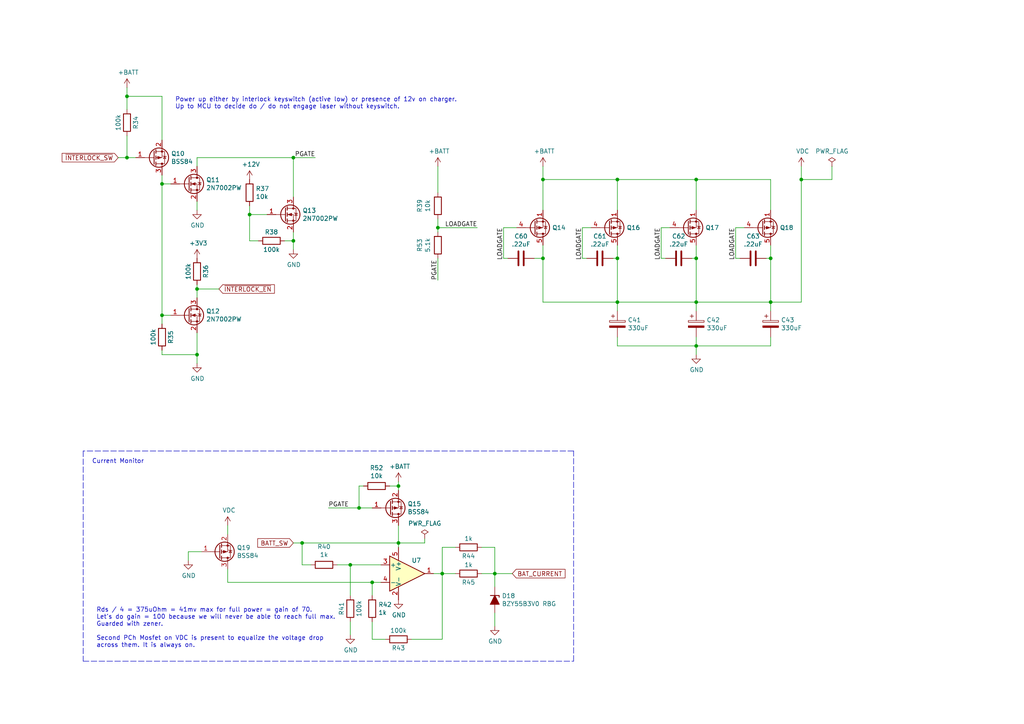
<source format=kicad_sch>
(kicad_sch (version 20211123) (generator eeschema)
  (paper "A4")
  (title_block (title "Power Enable / Current Monitor") (date "2021-11-07") (rev "1.5") (company "Brian Pepin"))
  (lib_symbols
    (symbol "Amplifier_Operational:TLV2371DBV" (pin_names (offset 0.127))
      (property "Reference" "U" (at -1.27 6.35 0))
      (property "Value" "TLV2371DBV" (at -1.27 3.81 0))
      (symbol "TLV2371DBV_0_1"
        (polyline (pts (xy -5.08 5.08) (xy 5.08 0) (xy -5.08 -5.08) (xy -5.08 5.08)) (stroke (width 0.254)) (fill (type background)))
        (pin power_in line (at -2.54 -7.62 90) (length 3.81) (name "V-") (number "2"))
        (pin power_in line (at -2.54 7.62 270) (length 3.81) (name "V+") (number "5"))
      )
      (symbol "TLV2371DBV_1_1"
        (pin output line (at 7.62 0 180) (length 2.54) (name "~") (number "1"))
        (pin input line (at -7.62 2.54 0) (length 2.54) (name "+") (number "3"))
        (pin input line (at -7.62 -2.54 0) (length 2.54) (name "-") (number "4"))
      )
    )
    (symbol "Device:C" (pin_numbers hide) (pin_names (offset 0.254))
      (property "Reference" "C" (at 0.635 2.54 0))
      (property "Value" "C" (at 0.635 -2.54 0))
      (symbol "C_0_1"
        (polyline (pts (xy -2.032 -0.762) (xy 2.032 -0.762)) (stroke (width 0.508)))
        (polyline (pts (xy -2.032 0.762) (xy 2.032 0.762)) (stroke (width 0.508)))
      )
      (symbol "C_1_1"
        (pin passive line (at 0 3.81 270) (length 2.794) (name "~") (number "1"))
        (pin passive line (at 0 -3.81 90) (length 2.794) (name "~") (number "2"))
      )
    )
    (symbol "Device:C_Polarized" (pin_numbers hide) (pin_names (offset 0.254))
      (property "Reference" "C" (at 0.635 2.54 0))
      (property "Value" "C_Polarized" (at 0.635 -2.54 0))
      (symbol "C_Polarized_0_1"
        (rectangle (start -2.286 0.508) (end 2.286 1.016))
        (polyline (pts (xy -1.778 2.286) (xy -0.762 2.286)))
        (polyline (pts (xy -1.27 2.794) (xy -1.27 1.778)))
        (rectangle (start 2.286 -0.508) (end -2.286 -1.016) (fill (type outline)))
      )
      (symbol "C_Polarized_1_1"
        (pin passive line (at 0 3.81 270) (length 2.794) (name "~") (number "1"))
        (pin passive line (at 0 -3.81 90) (length 2.794) (name "~") (number "2"))
      )
    )
    (symbol "Device:D_Zener_Filled" (pin_numbers hide) (pin_names (offset 1.016) hide)
      (property "Reference" "D" (at 0 2.54 0))
      (property "Value" "D_Zener_Filled" (at 0 -2.54 0))
      (symbol "D_Zener_Filled_0_1"
        (polyline (pts (xy 1.27 0) (xy -1.27 0)))
        (polyline (pts (xy -1.27 -1.27) (xy -1.27 1.27) (xy -0.762 1.27)) (stroke (width 0.254)))
        (polyline (pts (xy 1.27 -1.27) (xy 1.27 1.27) (xy -1.27 0) (xy 1.27 -1.27)) (stroke (width 0.254)) (fill (type outline)))
      )
      (symbol "D_Zener_Filled_1_1"
        (pin passive line (at -3.81 0 0) (length 2.54) (name "K") (number "1"))
        (pin passive line (at 3.81 0 180) (length 2.54) (name "A") (number "2"))
      )
    )
    (symbol "Device:R" (pin_numbers hide) (pin_names (offset 0))
      (property "Reference" "R" (at 2.032 0 90))
      (property "Value" "R" (at 0 0 90))
      (symbol "R_0_1"
        (rectangle (start -1.016 -2.54) (end 1.016 2.54) (stroke (width 0.254)))
      )
      (symbol "R_1_1"
        (pin passive line (at 0 3.81 270) (length 1.27) (name "~") (number "1"))
        (pin passive line (at 0 -3.81 90) (length 1.27) (name "~") (number "2"))
      )
    )
    (symbol "Transistor_FET:2N7002" (pin_names hide)
      (property "Reference" "Q" (at 5.08 1.905 0))
      (property "Value" "2N7002" (at 5.08 0 0))
      (symbol "2N7002_0_1"
        (polyline (pts (xy 0.254 0) (xy -2.54 0)))
        (polyline (pts (xy 0.254 1.905) (xy 0.254 -1.905)) (stroke (width 0.254)))
        (polyline (pts (xy 0.762 -1.27) (xy 0.762 -2.286)) (stroke (width 0.254)))
        (polyline (pts (xy 0.762 0.508) (xy 0.762 -0.508)) (stroke (width 0.254)))
        (polyline (pts (xy 0.762 2.286) (xy 0.762 1.27)) (stroke (width 0.254)))
        (polyline (pts (xy 2.54 2.54) (xy 2.54 1.778)))
        (polyline (pts (xy 2.54 -2.54) (xy 2.54 0) (xy 0.762 0)))
        (polyline (pts (xy 0.762 -1.778) (xy 3.302 -1.778) (xy 3.302 1.778) (xy 0.762 1.778)))
        (polyline (pts (xy 1.016 0) (xy 2.032 0.381) (xy 2.032 -0.381) (xy 1.016 0)) (fill (type outline)))
        (polyline (pts (xy 2.794 0.508) (xy 2.921 0.381) (xy 3.683 0.381) (xy 3.81 0.254)))
        (polyline (pts (xy 3.302 0.381) (xy 2.921 -0.254) (xy 3.683 -0.254) (xy 3.302 0.381)))
        (circle (center 1.651 0) (radius 2.794) (stroke (width 0.254)))
        (circle (center 2.54 -1.778) (radius 0.254) (fill (type outline)))
        (circle (center 2.54 1.778) (radius 0.254) (fill (type outline)))
      )
      (symbol "2N7002_1_1"
        (pin input line (at -5.08 0 0) (length 2.54) (name "G") (number "1"))
        (pin passive line (at 2.54 -5.08 90) (length 2.54) (name "S") (number "2"))
        (pin passive line (at 2.54 5.08 270) (length 2.54) (name "D") (number "3"))
      )
    )
    (symbol "Transistor_FET:BSS84" (pin_names hide)
      (property "Reference" "Q" (at 5.08 1.905 0))
      (property "Value" "BSS84" (at 5.08 0 0))
      (symbol "BSS84_0_1"
        (polyline (pts (xy 0.254 0) (xy -2.54 0)))
        (polyline (pts (xy 0.254 1.905) (xy 0.254 -1.905)) (stroke (width 0.254)))
        (polyline (pts (xy 0.762 -1.27) (xy 0.762 -2.286)) (stroke (width 0.254)))
        (polyline (pts (xy 0.762 0.508) (xy 0.762 -0.508)) (stroke (width 0.254)))
        (polyline (pts (xy 0.762 2.286) (xy 0.762 1.27)) (stroke (width 0.254)))
        (polyline (pts (xy 2.54 2.54) (xy 2.54 1.778)))
        (polyline (pts (xy 2.54 -2.54) (xy 2.54 0) (xy 0.762 0)))
        (polyline (pts (xy 0.762 1.778) (xy 3.302 1.778) (xy 3.302 -1.778) (xy 0.762 -1.778)))
        (polyline (pts (xy 2.286 0) (xy 1.27 0.381) (xy 1.27 -0.381) (xy 2.286 0)) (fill (type outline)))
        (polyline (pts (xy 2.794 -0.508) (xy 2.921 -0.381) (xy 3.683 -0.381) (xy 3.81 -0.254)))
        (polyline (pts (xy 3.302 -0.381) (xy 2.921 0.254) (xy 3.683 0.254) (xy 3.302 -0.381)))
        (circle (center 1.651 0) (radius 2.794) (stroke (width 0.254)))
        (circle (center 2.54 -1.778) (radius 0.254) (fill (type outline)))
        (circle (center 2.54 1.778) (radius 0.254) (fill (type outline)))
      )
      (symbol "BSS84_1_1"
        (pin input line (at -5.08 0 0) (length 2.54) (name "G") (number "1"))
        (pin passive line (at 2.54 -5.08 90) (length 2.54) (name "S") (number "2"))
        (pin passive line (at 2.54 5.08 270) (length 2.54) (name "D") (number "3"))
      )
    )
    (symbol "Transistor_FET:Si7141DP" (pin_names hide)
      (property "Reference" "Q" (at 5.08 1.905 0))
      (property "Value" "Si7141DP" (at 5.08 0 0))
      (symbol "Si7141DP_0_1"
        (polyline (pts (xy 0.254 0) (xy -2.54 0)))
        (polyline (pts (xy 0.254 1.905) (xy 0.254 -1.905)) (stroke (width 0.254)))
        (polyline (pts (xy 0.762 -1.27) (xy 0.762 -2.286)) (stroke (width 0.254)))
        (polyline (pts (xy 0.762 0.508) (xy 0.762 -0.508)) (stroke (width 0.254)))
        (polyline (pts (xy 0.762 2.286) (xy 0.762 1.27)) (stroke (width 0.254)))
        (polyline (pts (xy 2.54 2.54) (xy 2.54 1.778)))
        (polyline (pts (xy 2.54 -2.54) (xy 2.54 0) (xy 0.762 0)))
        (polyline (pts (xy 0.762 1.778) (xy 3.302 1.778) (xy 3.302 -1.778) (xy 0.762 -1.778)))
        (polyline (pts (xy 2.286 0) (xy 1.27 0.381) (xy 1.27 -0.381) (xy 2.286 0)) (fill (type outline)))
        (polyline (pts (xy 2.794 -0.508) (xy 2.921 -0.381) (xy 3.683 -0.381) (xy 3.81 -0.254)))
        (polyline (pts (xy 3.302 -0.381) (xy 2.921 0.254) (xy 3.683 0.254) (xy 3.302 -0.381)))
        (circle (center 1.651 0) (radius 2.794) (stroke (width 0.254)))
        (circle (center 2.54 -1.778) (radius 0.254) (fill (type outline)))
        (circle (center 2.54 1.778) (radius 0.254) (fill (type outline)))
      )
      (symbol "Si7141DP_1_1"
        (pin passive line (at 2.54 -5.08 90) (length 2.54) (name "S") (number "1"))
        (pin passive line (at 2.54 -5.08 90) (length 2.54) hide (name "S") (number "2"))
        (pin passive line (at 2.54 -5.08 90) (length 2.54) hide (name "S") (number "3"))
        (pin input line (at -5.08 0 0) (length 2.54) (name "G") (number "4"))
        (pin passive line (at 2.54 5.08 270) (length 2.54) (name "D") (number "5"))
      )
    )
    (symbol "power:+12V" (power) (pin_names (offset 0))
      (property "Value" "+12V" (at 0 3.556 0))
      (symbol "+12V_0_1"
        (polyline (pts (xy -0.762 1.27) (xy 0 2.54)))
        (polyline (pts (xy 0 0) (xy 0 2.54)))
        (polyline (pts (xy 0 2.54) (xy 0.762 1.27)))
      )
      (symbol "+12V_1_1"
        (pin power_in line (at 0 0 90) (length 0) hide (name "+12V") (number "1"))
      )
    )
    (symbol "power:+3V3" (power) (pin_names (offset 0))
      (property "Value" "+3V3" (at 0 3.556 0))
      (symbol "+3V3_0_1"
        (polyline (pts (xy -0.762 1.27) (xy 0 2.54)))
        (polyline (pts (xy 0 0) (xy 0 2.54)))
        (polyline (pts (xy 0 2.54) (xy 0.762 1.27)))
      )
      (symbol "+3V3_1_1"
        (pin power_in line (at 0 0 90) (length 0) hide (name "+3V3") (number "1"))
      )
    )
    (symbol "power:+BATT" (power) (pin_names (offset 0))
      (property "Value" "+BATT" (at 0 3.556 0))
      (symbol "+BATT_0_1"
        (polyline (pts (xy -0.762 1.27) (xy 0 2.54)))
        (polyline (pts (xy 0 0) (xy 0 2.54)))
        (polyline (pts (xy 0 2.54) (xy 0.762 1.27)))
      )
      (symbol "+BATT_1_1"
        (pin power_in line (at 0 0 90) (length 0) hide (name "+BATT") (number "1"))
      )
    )
    (symbol "power:GND" (power) (pin_names (offset 0))
      (property "Value" "GND" (at 0 -3.81 0))
      (symbol "GND_0_1"
        (polyline (pts (xy 0 0) (xy 0 -1.27) (xy 1.27 -1.27) (xy 0 -2.54) (xy -1.27 -1.27) (xy 0 -1.27)))
      )
      (symbol "GND_1_1"
        (pin power_in line (at 0 0 270) (length 0) hide (name "GND") (number "1"))
      )
    )
    (symbol "power:PWR_FLAG" (power) (pin_numbers hide) (pin_names (offset 0) hide)
      (property "Value" "PWR_FLAG" (at 0 3.81 0))
      (symbol "PWR_FLAG_0_0"
        (pin power_out line (at 0 0 90) (length 0) (name "pwr") (number "1"))
      )
      (symbol "PWR_FLAG_0_1"
        (polyline (pts (xy 0 0) (xy 0 1.27) (xy -1.016 1.905) (xy 0 2.54) (xy 1.016 1.905) (xy 0 1.27)))
      )
    )
    (symbol "power:VDC" (power) (pin_names (offset 0))
      (property "Value" "VDC" (at 0 6.35 0))
      (symbol "VDC_0_1"
        (polyline (pts (xy -0.762 1.27) (xy 0 2.54)))
        (polyline (pts (xy 0 0) (xy 0 2.54)))
        (polyline (pts (xy 0 2.54) (xy 0.762 1.27)))
      )
      (symbol "VDC_1_1"
        (pin power_in line (at 0 0 90) (length 0) hide (name "VDC") (number "1"))
      )
    )
  )
  (junction (at 201.93 52.07))
  (junction (at 107.95 168.91))
  (junction (at 36.83 45.72))
  (junction (at 127 66.04))
  (junction (at 223.52 74.93))
  (junction (at 179.07 74.93))
  (junction (at 201.93 100.33))
  (junction (at 179.07 52.07))
  (junction (at 128.27 166.37))
  (junction (at 201.93 87.63))
  (junction (at 46.99 91.44))
  (junction (at 179.07 87.63))
  (junction (at 36.83 27.94))
  (junction (at 57.15 102.87))
  (junction (at 57.15 83.82))
  (junction (at 85.09 69.85))
  (junction (at 101.6 163.83))
  (junction (at 143.51 166.37))
  (junction (at 87.63 157.48))
  (junction (at 115.57 140.97))
  (junction (at 157.48 74.93))
  (junction (at 115.57 157.48))
  (junction (at 104.14 147.32))
  (junction (at 46.99 53.34))
  (junction (at 85.09 45.72))
  (junction (at 223.52 87.63))
  (junction (at 201.93 74.93))
  (junction (at 72.39 62.23))
  (junction (at 232.41 52.07))
  (junction (at 157.48 52.07))
  (wire (pts (xy 222.25 74.93) (xy 223.52 74.93)))
  (wire (pts (xy 54.61 162.56) (xy 54.61 160.02)))
  (wire (pts (xy 101.6 180.34) (xy 101.6 184.15)))
  (wire (pts (xy 85.09 157.48) (xy 87.63 157.48)))
  (wire (pts (xy 46.99 91.44) (xy 46.99 53.34)))
  (wire (pts (xy 119.38 185.42) (xy 128.27 185.42)))
  (wire (pts (xy 128.27 166.37) (xy 132.08 166.37)))
  (wire (pts (xy 143.51 158.75) (xy 143.51 166.37)))
  (wire (pts (xy 179.07 52.07) (xy 201.93 52.07)))
  (wire (pts (xy 85.09 69.85) (xy 85.09 67.31)))
  (wire (pts (xy 223.52 52.07) (xy 223.52 60.96)))
  (wire (pts (xy 232.41 52.07) (xy 232.41 48.26)))
  (wire (pts (xy 128.27 185.42) (xy 128.27 166.37)))
  (wire (pts (xy 143.51 170.18) (xy 143.51 166.37)))
  (wire (pts (xy 66.04 152.4) (xy 66.04 154.94)))
  (wire (pts (xy 97.79 163.83) (xy 101.6 163.83)))
  (wire (pts (xy 54.61 160.02) (xy 58.42 160.02)))
  (wire (pts (xy 127 55.88) (xy 127 48.26)))
  (wire (pts (xy 57.15 86.36) (xy 57.15 83.82)))
  (wire (pts (xy 46.99 53.34) (xy 46.99 50.8)))
  (wire (pts (xy 46.99 91.44) (xy 49.53 91.44)))
  (wire (pts (xy 149.86 66.04) (xy 146.05 66.04)))
  (wire (pts (xy 201.93 52.07) (xy 223.52 52.07)))
  (wire (pts (xy 104.14 147.32) (xy 95.25 147.32)))
  (wire (pts (xy 74.93 69.85) (xy 72.39 69.85)))
  (wire (pts (xy 201.93 52.07) (xy 201.93 60.96)))
  (wire (pts (xy 191.77 66.04) (xy 194.31 66.04)))
  (wire (pts (xy 179.07 52.07) (xy 179.07 60.96)))
  (wire (pts (xy 107.95 180.34) (xy 107.95 185.42)))
  (wire (pts (xy 107.95 185.42) (xy 111.76 185.42)))
  (wire (pts (xy 110.49 168.91) (xy 107.95 168.91)))
  (wire (pts (xy 105.41 140.97) (xy 104.14 140.97)))
  (wire (pts (xy 46.99 27.94) (xy 36.83 27.94)))
  (wire (pts (xy 115.57 140.97) (xy 115.57 142.24)))
  (wire (pts (xy 87.63 163.83) (xy 87.63 157.48)))
  (wire (pts (xy 36.83 39.37) (xy 36.83 45.72)))
  (wire (pts (xy 127 66.04) (xy 138.43 66.04)))
  (wire (pts (xy 72.39 62.23) (xy 72.39 59.69)))
  (wire (pts (xy 46.99 53.34) (xy 49.53 53.34)))
  (wire (pts (xy 82.55 69.85) (xy 85.09 69.85)))
  (wire (pts (xy 57.15 102.87) (xy 57.15 96.52)))
  (wire (pts (xy 143.51 181.61) (xy 143.51 177.8)))
  (wire (pts (xy 85.09 45.72) (xy 91.44 45.72)))
  (wire (pts (xy 241.3 48.26) (xy 241.3 52.07)))
  (wire (pts (xy 241.3 52.07) (xy 232.41 52.07)))
  (wire (pts (xy 168.91 66.04) (xy 168.91 74.93)))
  (wire (pts (xy 179.07 87.63) (xy 179.07 90.17)))
  (wire (pts (xy 179.07 87.63) (xy 201.93 87.63)))
  (wire (pts (xy 213.36 66.04) (xy 215.9 66.04)))
  (wire (pts (xy 143.51 166.37) (xy 148.59 166.37)))
  (polyline (pts (xy 24.13 191.77) (xy 166.37 191.77)))
  (wire (pts (xy 223.52 100.33) (xy 223.52 97.79)))
  (wire (pts (xy 191.77 74.93) (xy 191.77 66.04)))
  (wire (pts (xy 90.17 163.83) (xy 87.63 163.83)))
  (wire (pts (xy 85.09 45.72) (xy 85.09 57.15)))
  (wire (pts (xy 123.19 156.21) (xy 123.19 157.48)))
  (wire (pts (xy 36.83 45.72) (xy 39.37 45.72)))
  (wire (pts (xy 57.15 45.72) (xy 85.09 45.72)))
  (wire (pts (xy 132.08 158.75) (xy 128.27 158.75)))
  (polyline (pts (xy 24.13 130.81) (xy 24.13 191.77)))
  (polyline (pts (xy 166.37 191.77) (xy 166.37 130.81)))
  (wire (pts (xy 201.93 74.93) (xy 201.93 87.63)))
  (wire (pts (xy 57.15 60.96) (xy 57.15 58.42)))
  (wire (pts (xy 154.94 74.93) (xy 157.48 74.93)))
  (wire (pts (xy 101.6 172.72) (xy 101.6 163.83)))
  (wire (pts (xy 72.39 69.85) (xy 72.39 62.23)))
  (wire (pts (xy 179.07 100.33) (xy 201.93 100.33)))
  (wire (pts (xy 127 66.04) (xy 127 67.31)))
  (wire (pts (xy 201.93 102.87) (xy 201.93 100.33)))
  (wire (pts (xy 146.05 74.93) (xy 146.05 66.04)))
  (wire (pts (xy 107.95 168.91) (xy 66.04 168.91)))
  (wire (pts (xy 200.66 74.93) (xy 201.93 74.93)))
  (wire (pts (xy 46.99 93.98) (xy 46.99 91.44)))
  (polyline (pts (xy 166.37 130.81) (xy 24.13 130.81)))
  (wire (pts (xy 213.36 66.04) (xy 213.36 74.93)))
  (wire (pts (xy 139.7 166.37) (xy 143.51 166.37)))
  (wire (pts (xy 127 74.93) (xy 127 81.28)))
  (wire (pts (xy 36.83 27.94) (xy 36.83 31.75)))
  (wire (pts (xy 87.63 157.48) (xy 115.57 157.48)))
  (wire (pts (xy 223.52 90.17) (xy 223.52 87.63)))
  (wire (pts (xy 127 63.5) (xy 127 66.04)))
  (wire (pts (xy 57.15 83.82) (xy 57.15 82.55)))
  (wire (pts (xy 113.03 140.97) (xy 115.57 140.97)))
  (wire (pts (xy 46.99 102.87) (xy 57.15 102.87)))
  (wire (pts (xy 157.48 52.07) (xy 179.07 52.07)))
  (wire (pts (xy 107.95 147.32) (xy 104.14 147.32)))
  (wire (pts (xy 201.93 100.33) (xy 223.52 100.33)))
  (wire (pts (xy 223.52 74.93) (xy 223.52 71.12)))
  (wire (pts (xy 128.27 158.75) (xy 128.27 166.37)))
  (wire (pts (xy 201.93 97.79) (xy 201.93 100.33)))
  (wire (pts (xy 157.48 87.63) (xy 179.07 87.63)))
  (wire (pts (xy 36.83 25.4) (xy 36.83 27.94)))
  (wire (pts (xy 223.52 87.63) (xy 223.52 74.93)))
  (wire (pts (xy 157.48 52.07) (xy 157.48 48.26)))
  (wire (pts (xy 104.14 140.97) (xy 104.14 147.32)))
  (wire (pts (xy 157.48 74.93) (xy 157.48 87.63)))
  (wire (pts (xy 177.8 74.93) (xy 179.07 74.93)))
  (wire (pts (xy 168.91 74.93) (xy 170.18 74.93)))
  (wire (pts (xy 115.57 139.7) (xy 115.57 140.97)))
  (wire (pts (xy 57.15 48.26) (xy 57.15 45.72)))
  (wire (pts (xy 147.32 74.93) (xy 146.05 74.93)))
  (wire (pts (xy 213.36 74.93) (xy 214.63 74.93)))
  (wire (pts (xy 201.93 90.17) (xy 201.93 87.63)))
  (wire (pts (xy 179.07 97.79) (xy 179.07 100.33)))
  (wire (pts (xy 115.57 157.48) (xy 115.57 158.75)))
  (wire (pts (xy 85.09 72.39) (xy 85.09 69.85)))
  (wire (pts (xy 34.29 45.72) (xy 36.83 45.72)))
  (wire (pts (xy 66.04 168.91) (xy 66.04 165.1)))
  (wire (pts (xy 115.57 152.4) (xy 115.57 157.48)))
  (wire (pts (xy 201.93 71.12) (xy 201.93 74.93)))
  (wire (pts (xy 57.15 105.41) (xy 57.15 102.87)))
  (wire (pts (xy 128.27 166.37) (xy 125.73 166.37)))
  (wire (pts (xy 72.39 62.23) (xy 77.47 62.23)))
  (wire (pts (xy 139.7 158.75) (xy 143.51 158.75)))
  (wire (pts (xy 201.93 87.63) (xy 223.52 87.63)))
  (wire (pts (xy 101.6 163.83) (xy 110.49 163.83)))
  (wire (pts (xy 46.99 101.6) (xy 46.99 102.87)))
  (wire (pts (xy 223.52 87.63) (xy 232.41 87.63)))
  (wire (pts (xy 123.19 157.48) (xy 115.57 157.48)))
  (wire (pts (xy 57.15 83.82) (xy 63.5 83.82)))
  (wire (pts (xy 193.04 74.93) (xy 191.77 74.93)))
  (wire (pts (xy 179.07 71.12) (xy 179.07 74.93)))
  (wire (pts (xy 157.48 71.12) (xy 157.48 74.93)))
  (wire (pts (xy 46.99 40.64) (xy 46.99 27.94)))
  (wire (pts (xy 179.07 74.93) (xy 179.07 87.63)))
  (wire (pts (xy 107.95 168.91) (xy 107.95 172.72)))
  (wire (pts (xy 168.91 66.04) (xy 171.45 66.04)))
  (wire (pts (xy 157.48 52.07) (xy 157.48 60.96)))
  (wire (pts (xy 232.41 87.63) (xy 232.41 52.07)))
  (text "Power up either by interlock keyswitch (active low) or presence of 12v on charger. \nUp to MCU to decide do / do not engage laser without keyswitch." (at 50.8 31.75 0) (effects (font (size 1.27 1.27)) (justify left bottom)))
  (text "Current Monitor" (at 26.67 134.62 0) (effects (font (size 1.27 1.27)) (justify left bottom)))
  (text "Rds / 4 = 375uOhm = 41mv max for full power = gain of 70.\nLet’s do gain = 100 because we will never be able to reach full max.\nGuarded with zener.\n\nSecond PCh Mosfet on VDC is present to equalize the voltage drop\nacross them. It is always on." (at 27.94 187.96 0) (effects (font (size 1.27 1.27)) (justify left bottom)))
  (label "LOADGATE" (at 138.43 66.04 180))
  (label "PGATE" (at 95.25 147.32 0))
  (label "LOADGATE" (at 191.77 66.04 270))
  (label "LOADGATE" (at 146.05 66.04 270))
  (label "LOADGATE" (at 168.91 66.04 270))
  (label "LOADGATE" (at 213.36 66.04 270))
  (label "PGATE" (at 91.44 45.72 180))
  (label "PGATE" (at 127 81.28 90))
  (global_label "~{INTERLOCK_SW}" (shape input) (at 34.29 45.72 180) (property "Intersheet References" "${INTERSHEET_REFS}" (effects hide)))
  (global_label "BAT_CURRENT" (shape input) (at 148.59 166.37 0) (property "Intersheet References" "${INTERSHEET_REFS}" (effects hide)))
  (global_label "BATT_SW" (shape input) (at 85.09 157.48 180) (property "Intersheet References" "${INTERSHEET_REFS}" (effects hide)))
  (global_label "~{INTERLOCK_EN}" (shape input) (at 63.5 83.82 0) (property "Intersheet References" "${INTERSHEET_REFS}" (effects hide)))
  (symbol (lib_id "Transistor_FET:Si7141DP") (at 154.94 66.04 0) (mirror x) (unit 1)
    (property "Reference" "Q14" (at 160.147 66.04 0) (effects (justify left)))
    (property "Value" "Si7141DP" (effects hide))
    (property "Footprint" "Package_SO:PowerPAK_SO-8_Single" (effects hide))
    (property "Datasheet" "https://www.vishay.com/docs/65596/si7141dp.pdf" (effects hide))
    (property "PartNo" "SI7141DP-T1-GE3" (effects hide))
  )
  (symbol (lib_id "Transistor_FET:Si7141DP") (at 176.53 66.04 0) (mirror x) (unit 1)
    (property "Reference" "Q16" (at 181.737 66.04 0) (effects (justify left)))
    (property "Value" "Si7141DP" (effects hide))
    (property "Footprint" "Package_SO:PowerPAK_SO-8_Single" (effects hide))
    (property "Datasheet" "https://www.vishay.com/docs/65596/si7141dp.pdf" (effects hide))
    (property "PartNo" "SI7141DP-T1-GE3" (effects hide))
  )
  (symbol (lib_id "Transistor_FET:Si7141DP") (at 199.39 66.04 0) (mirror x) (unit 1)
    (property "Reference" "Q17" (at 204.597 66.04 0) (effects (justify left)))
    (property "Value" "Si7141DP" (effects hide))
    (property "Footprint" "Package_SO:PowerPAK_SO-8_Single" (effects hide))
    (property "Datasheet" "https://www.vishay.com/docs/65596/si7141dp.pdf" (effects hide))
    (property "PartNo" "SI7141DP-T1-GE3" (effects hide))
  )
  (symbol (lib_id "Transistor_FET:Si7141DP") (at 220.98 66.04 0) (mirror x) (unit 1)
    (property "Reference" "Q18" (at 226.187 66.04 0) (effects (justify left)))
    (property "Value" "Si7141DP" (effects hide))
    (property "Footprint" "Package_SO:PowerPAK_SO-8_Single" (effects hide))
    (property "Datasheet" "https://www.vishay.com/docs/65596/si7141dp.pdf" (effects hide))
    (property "PartNo" "SI7141DP-T1-GE3" (effects hide))
  )
  (symbol (lib_id "power:+BATT") (at 157.48 48.26 0) (unit 1)
    (property "Reference" "#PWR083" (effects hide))
    (property "Value" "+BATT" (at 157.861 43.8658 0))
  )
  (symbol (lib_id "power:VDC") (at 232.41 48.26 0) (unit 1)
    (property "Reference" "#PWR089" (effects hide))
    (property "Value" "VDC" (at 232.791 43.8658 0))
  )
  (symbol (lib_id "Device:R") (at 127 59.69 0) (unit 1)
    (property "Reference" "R39" (at 121.7422 59.69 90))
    (property "Value" "10k" (at 124.0536 59.69 90))
    (property "Footprint" "Resistor_SMD:R_0805_2012Metric" (effects hide))
    (property "PartNo" "ERJ-6ENF1002V" (effects hide))
  )
  (symbol (lib_id "Device:R") (at 78.74 69.85 270) (unit 1)
    (property "Reference" "R38" (at 78.74 67.31 90))
    (property "Value" "100k" (at 78.74 72.39 90))
    (property "Footprint" "Resistor_SMD:R_0805_2012Metric" (effects hide))
    (property "PartNo" "SFR10EZPJ104" (effects hide))
  )
  (symbol (lib_id "power:GND") (at 85.09 72.39 0) (unit 1)
    (property "Reference" "#PWR082" (effects hide))
    (property "Value" "GND" (at 85.217 76.7842 0))
  )
  (symbol (lib_id "power:+12V") (at 72.39 52.07 0) (unit 1)
    (property "Reference" "#PWR080" (effects hide))
    (property "Value" "+12V" (at 72.771 47.6758 0))
  )
  (symbol (lib_id "power:GND") (at 57.15 60.96 0) (unit 1)
    (property "Reference" "#PWR077" (effects hide))
    (property "Value" "GND" (at 57.277 65.3542 0))
  )
  (symbol (lib_id "Device:R") (at 46.99 97.79 180) (unit 1)
    (property "Reference" "R35" (at 49.53 97.79 90))
    (property "Value" "100k" (at 44.45 97.79 90))
    (property "Footprint" "Resistor_SMD:R_0805_2012Metric" (effects hide))
    (property "PartNo" "SFR10EZPJ104" (effects hide))
  )
  (symbol (lib_id "Device:R") (at 36.83 35.56 180) (unit 1)
    (property "Reference" "R34" (at 39.37 35.56 90))
    (property "Value" "100k" (at 34.29 35.56 90))
    (property "Footprint" "Resistor_SMD:R_0805_2012Metric" (effects hide))
    (property "PartNo" "SFR10EZPJ104" (effects hide))
  )
  (symbol (lib_id "power:+BATT") (at 36.83 25.4 0) (unit 1)
    (property "Reference" "#PWR076" (effects hide))
    (property "Value" "+BATT" (at 37.211 21.0058 0))
  )
  (symbol (lib_id "Amplifier_Operational:TLV2371DBV") (at 118.11 166.37 0) (unit 1)
    (property "Reference" "U7" (at 119.38 162.56 0) (effects (justify left)))
    (property "Value" "LTC2066IS5#TRPBF" (effects hide))
    (property "Footprint" "Package_TO_SOT_SMD:SOT-23-5" (effects hide))
    (property "Datasheet" "http://www.ti.com/lit/ds/symlink/tlv2375.pdf" (effects hide))
    (property "PartNo" "LTC2066IS5#TRPBF" (effects hide))
  )
  (symbol (lib_id "power:GND") (at 115.57 173.99 0) (unit 1)
    (property "Reference" "#PWR086" (effects hide))
    (property "Value" "GND" (at 115.697 178.3842 0))
  )
  (symbol (lib_id "Device:R") (at 115.57 185.42 90) (unit 1)
    (property "Reference" "R43" (at 115.57 187.96 90))
    (property "Value" "100k" (at 115.57 182.88 90))
    (property "Footprint" "Resistor_SMD:R_0805_2012Metric" (effects hide))
    (property "PartNo" "SFR10EZPJ104" (effects hide))
  )
  (symbol (lib_id "Device:R") (at 107.95 176.53 180) (unit 1)
    (property "Reference" "R42" (at 109.728 175.3616 0) (effects (justify right)))
    (property "Value" "1k" (at 109.728 177.673 0) (effects (justify right)))
    (property "Footprint" "Resistor_SMD:R_0805_2012Metric" (effects hide))
    (property "PartNo" "ERJ-P06J102V" (effects hide))
  )
  (symbol (lib_id "power:VDC") (at 66.04 152.4 0) (unit 1)
    (property "Reference" "#PWR081" (effects hide))
    (property "Value" "VDC" (at 66.421 148.0058 0))
  )
  (symbol (lib_id "Transistor_FET:BSS84") (at 113.03 147.32 0) (mirror x) (unit 1)
    (property "Reference" "Q15" (at 118.2116 146.1516 0) (effects (justify left)))
    (property "Value" "BSS84" (at 118.2116 148.463 0) (effects (justify left)))
    (property "Footprint" "Package_TO_SOT_SMD:SOT-323_SC-70" (effects hide))
    (property "Datasheet" "http://assets.nexperia.com/documents/data-sheet/BSS84.pdf" (effects hide))
    (property "PartNo" "BSS84PWH6327XT" (effects hide))
  )
  (symbol (lib_id "power:+BATT") (at 115.57 139.7 0) (unit 1)
    (property "Reference" "#PWR085" (effects hide))
    (property "Value" "+BATT" (at 115.951 135.3058 0))
  )
  (symbol (lib_id "Device:R") (at 93.98 163.83 90) (unit 1)
    (property "Reference" "R40" (at 93.98 158.5722 90))
    (property "Value" "1k" (at 93.98 160.8836 90))
    (property "Footprint" "Resistor_SMD:R_0805_2012Metric" (effects hide))
    (property "PartNo" "ERJ-P06J102V" (effects hide))
  )
  (symbol (lib_id "Device:R") (at 101.6 176.53 0) (unit 1)
    (property "Reference" "R41" (at 99.06 176.53 90))
    (property "Value" "100k" (at 104.14 176.53 90))
    (property "Footprint" "Resistor_SMD:R_0805_2012Metric" (effects hide))
    (property "PartNo" "SFR10EZPJ104" (effects hide))
  )
  (symbol (lib_id "power:GND") (at 101.6 184.15 0) (unit 1)
    (property "Reference" "#PWR084" (effects hide))
    (property "Value" "GND" (at 101.727 188.5442 0))
  )
  (symbol (lib_id "Device:D_Zener_Filled") (at 143.51 173.99 270) (unit 1)
    (property "Reference" "D18" (at 145.542 172.8216 90) (effects (justify left)))
    (property "Value" "BZY55B3V0 RBG" (at 145.542 175.133 90) (effects (justify left)))
    (property "Footprint" "Diode_SMD:D_0805_2012Metric" (effects hide))
    (property "PartNo" "BZY55B3V0 RBG" (effects hide))
  )
  (symbol (lib_id "power:GND") (at 143.51 181.61 0) (unit 1)
    (property "Reference" "#PWR087" (effects hide))
    (property "Value" "GND" (at 143.637 186.0042 0))
  )
  (symbol (lib_id "Device:R") (at 135.89 166.37 90) (unit 1)
    (property "Reference" "R45" (at 135.89 168.91 90))
    (property "Value" "1k" (at 135.89 163.83 90))
    (property "Footprint" "Resistor_SMD:R_0805_2012Metric" (effects hide))
    (property "PartNo" "ERJ-P06J102V" (effects hide))
  )
  (symbol (lib_id "Device:R") (at 135.89 158.75 90) (unit 1)
    (property "Reference" "R44" (at 135.89 161.29 90))
    (property "Value" "1k" (at 135.89 156.21 90))
    (property "Footprint" "Resistor_SMD:R_0805_2012Metric" (effects hide))
    (property "PartNo" "ERJ-P06J102V" (effects hide))
  )
  (symbol (lib_id "power:GND") (at 57.15 105.41 0) (unit 1)
    (property "Reference" "#PWR079" (effects hide))
    (property "Value" "GND" (at 57.277 109.8042 0))
  )
  (symbol (lib_id "Device:R") (at 57.15 78.74 180) (unit 1)
    (property "Reference" "R36" (at 59.69 78.74 90))
    (property "Value" "100k" (at 54.61 78.74 90))
    (property "Footprint" "Resistor_SMD:R_0805_2012Metric" (effects hide))
    (property "PartNo" "SFR10EZPJ104" (effects hide))
  )
  (symbol (lib_id "power:PWR_FLAG") (at 123.19 156.21 0) (unit 1)
    (property "Reference" "#FLG07" (effects hide))
    (property "Value" "PWR_FLAG" (at 123.19 151.8158 0))
  )
  (symbol (lib_id "Transistor_FET:BSS84") (at 44.45 45.72 0) (mirror x) (unit 1)
    (property "Reference" "Q10" (at 49.6316 44.5516 0) (effects (justify left)))
    (property "Value" "BSS84" (at 49.6316 46.863 0) (effects (justify left)))
    (property "Footprint" "Package_TO_SOT_SMD:SOT-323_SC-70" (effects hide))
    (property "Datasheet" "http://assets.nexperia.com/documents/data-sheet/BSS84.pdf" (effects hide))
    (property "PartNo" "BSS84PWH6327XT" (effects hide))
  )
  (symbol (lib_id "Device:R") (at 72.39 55.88 180) (unit 1)
    (property "Reference" "R37" (at 74.168 54.7116 0) (effects (justify right)))
    (property "Value" "10k" (at 74.168 57.023 0) (effects (justify right)))
    (property "Footprint" "Resistor_SMD:R_0805_2012Metric" (effects hide))
    (property "PartNo" "ERJ-6ENF1002V" (effects hide))
  )
  (symbol (lib_id "Transistor_FET:2N7002") (at 54.61 53.34 0) (unit 1)
    (property "Reference" "Q11" (at 59.7916 52.1716 0) (effects (justify left)))
    (property "Value" "2N7002PW" (at 59.7916 54.483 0) (effects (justify left)))
    (property "Footprint" "Package_TO_SOT_SMD:SOT-323_SC-70" (effects hide))
    (property "Datasheet" "https://www.onsemi.com/pub/Collateral/NDS7002A-D.PDF" (effects hide))
    (property "PartNo" "2N7002PW,115" (effects hide))
  )
  (symbol (lib_id "Transistor_FET:2N7002") (at 54.61 91.44 0) (unit 1)
    (property "Reference" "Q12" (at 59.7916 90.2716 0) (effects (justify left)))
    (property "Value" "2N7002PW" (at 59.7916 92.583 0) (effects (justify left)))
    (property "Footprint" "Package_TO_SOT_SMD:SOT-323_SC-70" (effects hide))
    (property "Datasheet" "https://www.onsemi.com/pub/Collateral/NDS7002A-D.PDF" (effects hide))
    (property "PartNo" "2N7002PW,115" (effects hide))
  )
  (symbol (lib_id "Transistor_FET:2N7002") (at 82.55 62.23 0) (unit 1)
    (property "Reference" "Q13" (at 87.7316 61.0616 0) (effects (justify left)))
    (property "Value" "2N7002PW" (at 87.7316 63.373 0) (effects (justify left)))
    (property "Footprint" "Package_TO_SOT_SMD:SOT-323_SC-70" (effects hide))
    (property "Datasheet" "https://www.onsemi.com/pub/Collateral/NDS7002A-D.PDF" (effects hide))
    (property "PartNo" "2N7002PW,115" (effects hide))
  )
  (symbol (lib_id "Transistor_FET:BSS84") (at 63.5 160.02 0) (mirror x) (unit 1)
    (property "Reference" "Q19" (at 68.6816 158.8516 0) (effects (justify left)))
    (property "Value" "BSS84" (at 68.6816 161.163 0) (effects (justify left)))
    (property "Footprint" "Package_TO_SOT_SMD:SOT-323_SC-70" (effects hide))
    (property "Datasheet" "http://assets.nexperia.com/documents/data-sheet/BSS84.pdf" (effects hide))
    (property "PartNo" "BSS84PWH6327XT" (effects hide))
  )
  (symbol (lib_id "Device:R") (at 109.22 140.97 270) (unit 1)
    (property "Reference" "R52" (at 109.22 135.7122 90))
    (property "Value" "10k" (at 109.22 138.0236 90))
    (property "Footprint" "Resistor_SMD:R_0805_2012Metric" (effects hide))
    (property "PartNo" "ERJ-6ENF1002V" (effects hide))
  )
  (symbol (lib_id "power:GND") (at 54.61 162.56 0) (unit 1)
    (property "Reference" "#PWR0106" (effects hide))
    (property "Value" "GND" (at 54.737 166.9542 0))
  )
  (symbol (lib_id "Device:R") (at 127 71.12 0) (unit 1)
    (property "Reference" "R53" (at 121.7422 71.12 90))
    (property "Value" "5.1k" (at 124.0536 71.12 90))
    (property "Footprint" "Resistor_SMD:R_0805_2012Metric" (effects hide))
  )
  (symbol (lib_id "Device:C") (at 151.13 74.93 270) (unit 1)
    (property "Reference" "C60" (at 151.13 68.5292 90))
    (property "Value" ".22uF" (at 151.13 70.8406 90))
    (property "Footprint" "Capacitor_SMD:C_0603_1608Metric" (effects hide))
  )
  (symbol (lib_id "Device:C_Polarized") (at 179.07 93.98 0) (unit 1)
    (property "Reference" "C41" (at 182.0672 92.8116 0) (effects (justify left)))
    (property "Value" "330uF" (at 182.0672 95.123 0) (effects (justify left)))
    (property "Footprint" "Capacitor_SMD:CP_Elec_10x10" (effects hide))
    (property "PartNo" "GYC1E331MCQ1GS" (effects hide))
  )
  (symbol (lib_id "Device:C_Polarized") (at 201.93 93.98 0) (unit 1)
    (property "Reference" "C42" (at 204.9272 92.8116 0) (effects (justify left)))
    (property "Value" "330uF" (at 204.9272 95.123 0) (effects (justify left)))
    (property "Footprint" "Capacitor_SMD:CP_Elec_10x10" (effects hide))
    (property "PartNo" "GYC1E331MCQ1GS" (effects hide))
  )
  (symbol (lib_id "Device:C_Polarized") (at 223.52 93.98 0) (unit 1)
    (property "Reference" "C43" (at 226.5172 92.8116 0) (effects (justify left)))
    (property "Value" "330uF" (at 226.5172 95.123 0) (effects (justify left)))
    (property "Footprint" "Capacitor_SMD:CP_Elec_10x10" (effects hide))
    (property "PartNo" "GYC1E331MCQ1GS" (effects hide))
  )
  (symbol (lib_id "power:GND") (at 201.93 102.87 0) (unit 1)
    (property "Reference" "#PWR088" (effects hide))
    (property "Value" "GND" (at 202.057 107.2642 0))
  )
  (symbol (lib_id "Device:C") (at 173.99 74.93 270) (unit 1)
    (property "Reference" "C61" (at 173.99 68.5292 90))
    (property "Value" ".22uF" (at 173.99 70.8406 90))
    (property "Footprint" "Capacitor_SMD:C_0603_1608Metric" (effects hide))
  )
  (symbol (lib_id "Device:C") (at 196.85 74.93 270) (unit 1)
    (property "Reference" "C62" (at 196.85 68.5292 90))
    (property "Value" ".22uF" (at 196.85 70.8406 90))
    (property "Footprint" "Capacitor_SMD:C_0603_1608Metric" (effects hide))
  )
  (symbol (lib_id "Device:C") (at 218.44 74.93 270) (unit 1)
    (property "Reference" "C63" (at 218.44 68.5292 90))
    (property "Value" ".22uF" (at 218.44 70.8406 90))
    (property "Footprint" "Capacitor_SMD:C_0603_1608Metric" (effects hide))
  )
  (symbol (lib_id "power:+BATT") (at 127 48.26 0) (unit 1)
    (property "Reference" "#PWR0107" (effects hide))
    (property "Value" "+BATT" (at 127.381 43.8658 0))
  )
  (symbol (lib_id "power:+3V3") (at 57.15 74.93 0) (unit 1)
    (property "Reference" "#PWR0112" (effects hide))
    (property "Value" "+3V3" (at 57.531 70.5358 0))
  )
  (symbol (lib_id "power:PWR_FLAG") (at 241.3 48.26 0) (unit 1)
    (property "Reference" "#FLG03" (effects hide))
    (property "Value" "PWR_FLAG" (at 241.3 43.8658 0))
  )
)
</source>
